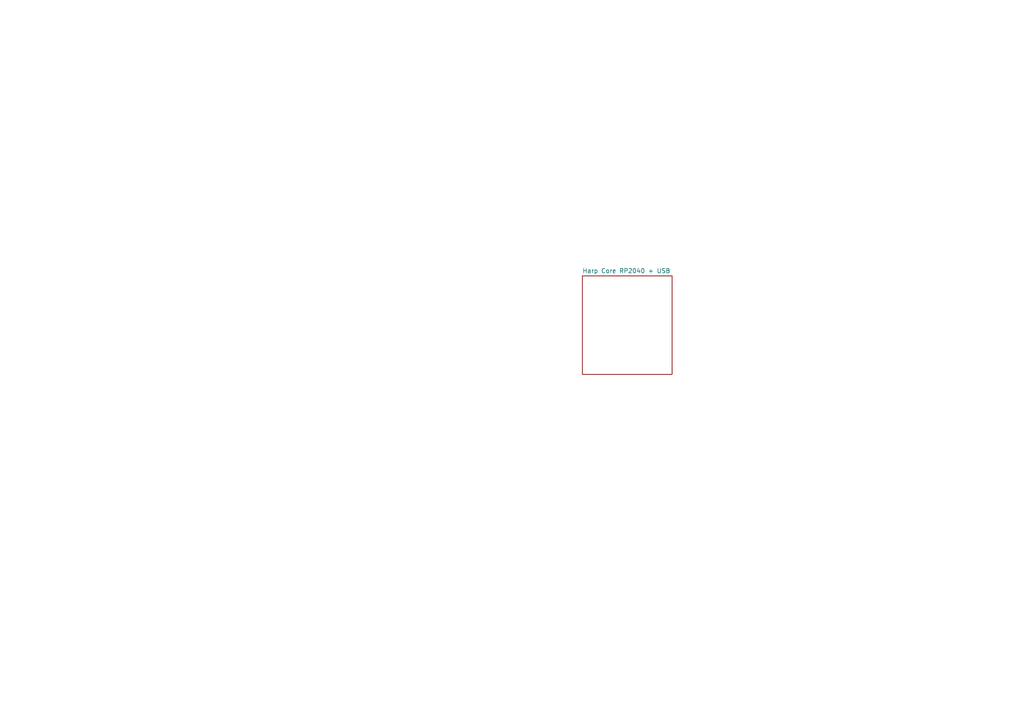
<source format=kicad_sch>
(kicad_sch (version 20230121) (generator eeschema)
  (paper "A4")
  (title_block (rev "0.1") (company "The Allen Institute"))
  (lib_symbols)
  (sheet (at 168.91 80.01) (size 26.035 28.575) (stroke (width 0.1524))
    (property "Sheetname" "Harp Core RP2040 + USB" (at 168.91 79.2984 0) (effects (justify left bottom)))
    (property "Sheetfile" "rp2040_with_usb.kicad_sch" (effects hide))
  )
)
</source>
